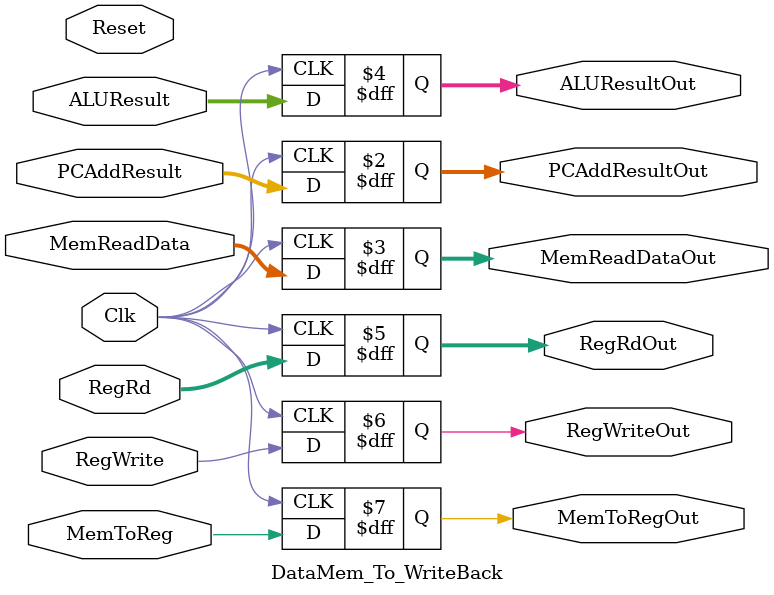
<source format=v>
`timescale 1ns / 1ps


module DataMem_To_WriteBack(Clk, Reset, PCAddResult, MemReadData, ALUResult, RegRd, RegWrite, MemToReg,
			PCAddResultOut, MemReadDataOut, ALUResultOut, RegRdOut, RegWriteOut, MemToRegOut);
//Clk, Reset, PCAddResultMemory, ReadData, ALUResultMemory, RdMemory, RegWriteMemory, MemToRegMemory, JalMemory,
//PCAddResultWrite, MemReadDataWrite, ALUResultWrite, RegRdWrite, RegWriteWrite, MemToRegWrite, JalWrite); 

input Clk, Reset;
input [31:0] PCAddResult, MemReadData, ALUResult;
input [4:0] RegRd;
input RegWrite, MemToReg;

output reg [31:0] PCAddResultOut, MemReadDataOut, ALUResultOut;
output reg [4:0] RegRdOut;
output reg RegWriteOut, MemToRegOut;

always @(posedge Clk) begin
    PCAddResultOut <= PCAddResult;
    MemReadDataOut <= MemReadData;
    ALUResultOut <= ALUResult;
    RegRdOut <= RegRd;
    RegWriteOut <= RegWrite;
    MemToRegOut <= MemToReg; 
    
end
endmodule

</source>
